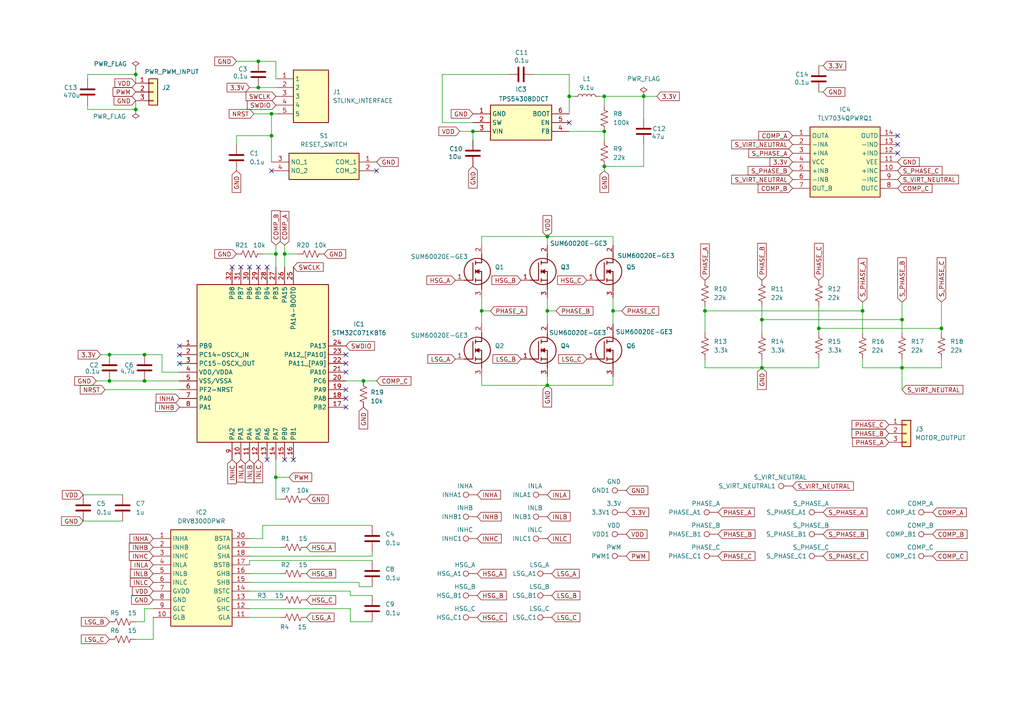
<source format=kicad_sch>
(kicad_sch (version 20231120) (generator "eeschema") (generator_version "8.0")
  (paper "A4")
  (junction (at 158.75 111.76))
  (junction (at 80.01 138.43))
  (junction (at 204.47 90.17))
  (junction (at 74.93 17.78))
  (junction (at 74.93 25.4))
  (junction (at 105.41 110.49))
  (junction (at 186.69 27.94))
  (junction (at 137.16 38.1))
  (junction (at 165.1 27.94))
  (junction (at 261.62 92.71))
  (junction (at 158.75 90.17))
  (junction (at 82.55 73.66))
  (junction (at 80.01 73.66))
  (junction (at 41.91 102.87))
  (junction (at 220.98 106.68))
  (junction (at 273.05 95.25))
  (junction (at 78.74 39.37))
  (junction (at 158.75 68.58))
  (junction (at 220.98 92.71))
  (junction (at 177.8 90.17))
  (junction (at 175.26 38.1))
  (junction (at 39.37 21.59))
  (junction (at 139.7 90.17))
  (junction (at 250.19 90.17))
  (junction (at 31.75 102.87))
  (junction (at 31.75 110.49))
  (junction (at 41.91 110.49))
  (junction (at 175.26 27.94))
  (junction (at 261.62 106.68))
  (junction (at 175.26 48.26))
  (junction (at 237.49 95.25))
  (junction (at 78.74 33.02))
  (junction (at 39.37 31.75))
  (no_connect (at 52.07 105.41))
  (no_connect (at 72.39 77.47))
  (no_connect (at 85.09 133.35))
  (no_connect (at 77.47 77.47))
  (no_connect (at 109.22 49.53))
  (no_connect (at 52.07 100.33))
  (no_connect (at 165.1 35.56))
  (no_connect (at 67.31 77.47))
  (no_connect (at 77.47 133.35))
  (no_connect (at 100.33 105.41))
  (no_connect (at 260.35 44.45))
  (no_connect (at 260.35 39.37))
  (no_connect (at 100.33 107.95))
  (no_connect (at 260.35 41.91))
  (no_connect (at 100.33 118.11))
  (no_connect (at 78.74 49.53))
  (no_connect (at 100.33 102.87))
  (no_connect (at 69.85 77.47))
  (no_connect (at 74.93 77.47))
  (no_connect (at 100.33 115.57))
  (no_connect (at 100.33 113.03))
  (no_connect (at 52.07 102.87))
  (no_connect (at 82.55 133.35))
  (wire (pts (xy 204.47 104.14) (xy 204.47 106.68)))
  (wire (pts (xy 220.98 92.71) (xy 220.98 96.52)))
  (wire (pts (xy 78.74 33.02) (xy 80.01 33.02)))
  (wire (pts (xy 80.01 22.86) (xy 80.01 17.78)))
  (wire (pts (xy 25.4 21.59) (xy 39.37 21.59)))
  (wire (pts (xy 80.01 71.12) (xy 80.01 73.66)))
  (wire (pts (xy 74.93 17.78) (xy 68.58 17.78)))
  (wire (pts (xy 39.37 20.32) (xy 39.37 21.59)))
  (wire (pts (xy 158.75 111.76) (xy 158.75 109.22)))
  (wire (pts (xy 137.16 38.1) (xy 137.16 40.64)))
  (wire (pts (xy 44.45 179.07) (xy 44.45 185.42)))
  (wire (pts (xy 158.75 90.17) (xy 158.75 93.98)))
  (wire (pts (xy 261.62 106.68) (xy 261.62 113.03)))
  (wire (pts (xy 175.26 27.94) (xy 175.26 30.48)))
  (wire (pts (xy 107.95 180.34) (xy 101.6 180.34)))
  (wire (pts (xy 72.39 158.75) (xy 81.28 158.75)))
  (wire (pts (xy 107.95 170.18) (xy 104.14 170.18)))
  (wire (pts (xy 46.99 107.95) (xy 46.99 102.87)))
  (wire (pts (xy 204.47 90.17) (xy 204.47 96.52)))
  (wire (pts (xy 139.7 90.17) (xy 139.7 93.98)))
  (wire (pts (xy 186.69 27.94) (xy 175.26 27.94)))
  (wire (pts (xy 173.99 27.94) (xy 175.26 27.94)))
  (wire (pts (xy 107.95 160.02) (xy 107.95 161.29)))
  (wire (pts (xy 177.8 71.12) (xy 177.8 68.58)))
  (wire (pts (xy 158.75 86.36) (xy 158.75 90.17)))
  (wire (pts (xy 24.13 143.51) (xy 35.56 143.51)))
  (wire (pts (xy 237.49 88.9) (xy 237.49 95.25)))
  (wire (pts (xy 273.05 106.68) (xy 261.62 106.68)))
  (wire (pts (xy 250.19 87.63) (xy 250.19 90.17)))
  (wire (pts (xy 142.24 90.17) (xy 139.7 90.17)))
  (wire (pts (xy 24.13 151.13) (xy 35.56 151.13)))
  (wire (pts (xy 273.05 104.14) (xy 273.05 106.68)))
  (wire (pts (xy 82.55 73.66) (xy 82.55 77.47)))
  (wire (pts (xy 82.55 71.12) (xy 82.55 73.66)))
  (wire (pts (xy 76.2 156.21) (xy 76.2 152.4)))
  (wire (pts (xy 139.7 71.12) (xy 139.7 68.58)))
  (wire (pts (xy 154.94 21.59) (xy 165.1 21.59)))
  (wire (pts (xy 41.91 110.49) (xy 52.07 110.49)))
  (wire (pts (xy 25.4 30.48) (xy 25.4 31.75)))
  (wire (pts (xy 107.95 162.56) (xy 72.39 162.56)))
  (wire (pts (xy 80.01 17.78) (xy 74.93 17.78)))
  (wire (pts (xy 261.62 92.71) (xy 261.62 96.52)))
  (wire (pts (xy 72.39 179.07) (xy 81.28 179.07)))
  (wire (pts (xy 83.82 138.43) (xy 80.01 138.43)))
  (wire (pts (xy 104.14 170.18) (xy 104.14 168.91)))
  (wire (pts (xy 237.49 26.67) (xy 238.76 26.67)))
  (wire (pts (xy 39.37 185.42) (xy 44.45 185.42)))
  (wire (pts (xy 237.49 19.05) (xy 238.76 19.05)))
  (wire (pts (xy 137.16 35.56) (xy 128.27 35.56)))
  (wire (pts (xy 261.62 87.63) (xy 261.62 92.71)))
  (wire (pts (xy 220.98 104.14) (xy 220.98 106.68)))
  (wire (pts (xy 39.37 31.75) (xy 39.37 29.21)))
  (wire (pts (xy 177.8 109.22) (xy 177.8 111.76)))
  (wire (pts (xy 68.58 39.37) (xy 78.74 39.37)))
  (wire (pts (xy 204.47 90.17) (xy 250.19 90.17)))
  (wire (pts (xy 180.34 90.17) (xy 177.8 90.17)))
  (wire (pts (xy 186.69 34.29) (xy 186.69 27.94)))
  (wire (pts (xy 101.6 180.34) (xy 101.6 176.53)))
  (wire (pts (xy 165.1 27.94) (xy 165.1 33.02)))
  (wire (pts (xy 80.01 138.43) (xy 80.01 144.78)))
  (wire (pts (xy 109.22 110.49) (xy 105.41 110.49)))
  (wire (pts (xy 186.69 41.91) (xy 186.69 48.26)))
  (wire (pts (xy 204.47 88.9) (xy 204.47 90.17)))
  (wire (pts (xy 44.45 176.53) (xy 41.91 176.53)))
  (wire (pts (xy 31.75 102.87) (xy 41.91 102.87)))
  (wire (pts (xy 250.19 90.17) (xy 250.19 96.52)))
  (wire (pts (xy 72.39 162.56) (xy 72.39 163.83)))
  (wire (pts (xy 30.48 113.03) (xy 52.07 113.03)))
  (wire (pts (xy 31.75 110.49) (xy 41.91 110.49)))
  (wire (pts (xy 100.33 110.49) (xy 105.41 110.49)))
  (wire (pts (xy 175.26 49.53) (xy 175.26 48.26)))
  (wire (pts (xy 25.4 31.75) (xy 39.37 31.75)))
  (wire (pts (xy 101.6 171.45) (xy 72.39 171.45)))
  (wire (pts (xy 165.1 27.94) (xy 166.37 27.94)))
  (wire (pts (xy 80.01 133.35) (xy 80.01 138.43)))
  (wire (pts (xy 25.4 22.86) (xy 25.4 21.59)))
  (wire (pts (xy 139.7 68.58) (xy 158.75 68.58)))
  (wire (pts (xy 76.2 152.4) (xy 107.95 152.4)))
  (wire (pts (xy 27.94 110.49) (xy 31.75 110.49)))
  (wire (pts (xy 177.8 90.17) (xy 177.8 93.98)))
  (wire (pts (xy 175.26 38.1) (xy 175.26 40.64)))
  (wire (pts (xy 139.7 86.36) (xy 139.7 90.17)))
  (wire (pts (xy 78.74 33.02) (xy 78.74 39.37)))
  (wire (pts (xy 237.49 95.25) (xy 237.49 96.52)))
  (wire (pts (xy 72.39 166.37) (xy 81.28 166.37)))
  (wire (pts (xy 82.55 73.66) (xy 86.36 73.66)))
  (wire (pts (xy 41.91 180.34) (xy 39.37 180.34)))
  (wire (pts (xy 165.1 38.1) (xy 175.26 38.1)))
  (wire (pts (xy 237.49 106.68) (xy 237.49 104.14)))
  (wire (pts (xy 177.8 68.58) (xy 158.75 68.58)))
  (wire (pts (xy 101.6 176.53) (xy 72.39 176.53)))
  (wire (pts (xy 104.14 168.91) (xy 72.39 168.91)))
  (wire (pts (xy 52.07 107.95) (xy 46.99 107.95)))
  (wire (pts (xy 80.01 144.78) (xy 81.28 144.78)))
  (wire (pts (xy 68.58 41.91) (xy 68.58 39.37)))
  (wire (pts (xy 72.39 156.21) (xy 76.2 156.21)))
  (wire (pts (xy 101.6 172.72) (xy 101.6 171.45)))
  (wire (pts (xy 133.35 38.1) (xy 137.16 38.1)))
  (wire (pts (xy 220.98 88.9) (xy 220.98 92.71)))
  (wire (pts (xy 250.19 106.68) (xy 261.62 106.68)))
  (wire (pts (xy 177.8 86.36) (xy 177.8 90.17)))
  (wire (pts (xy 80.01 73.66) (xy 80.01 77.47)))
  (wire (pts (xy 165.1 21.59) (xy 165.1 27.94)))
  (wire (pts (xy 107.95 172.72) (xy 101.6 172.72)))
  (wire (pts (xy 128.27 35.56) (xy 128.27 21.59)))
  (wire (pts (xy 78.74 39.37) (xy 78.74 46.99)))
  (wire (pts (xy 186.69 27.94) (xy 190.5 27.94)))
  (wire (pts (xy 76.2 73.66) (xy 80.01 73.66)))
  (wire (pts (xy 139.7 111.76) (xy 158.75 111.76)))
  (wire (pts (xy 158.75 111.76) (xy 177.8 111.76)))
  (wire (pts (xy 220.98 106.68) (xy 237.49 106.68)))
  (wire (pts (xy 128.27 21.59) (xy 147.32 21.59)))
  (wire (pts (xy 158.75 68.58) (xy 158.75 71.12)))
  (wire (pts (xy 41.91 176.53) (xy 41.91 180.34)))
  (wire (pts (xy 273.05 87.63) (xy 273.05 95.25)))
  (wire (pts (xy 237.49 95.25) (xy 273.05 95.25)))
  (wire (pts (xy 107.95 161.29) (xy 72.39 161.29)))
  (wire (pts (xy 73.66 33.02) (xy 78.74 33.02)))
  (wire (pts (xy 204.47 106.68) (xy 220.98 106.68)))
  (wire (pts (xy 186.69 48.26) (xy 175.26 48.26)))
  (wire (pts (xy 139.7 109.22) (xy 139.7 111.76)))
  (wire (pts (xy 261.62 104.14) (xy 261.62 106.68)))
  (wire (pts (xy 161.29 90.17) (xy 158.75 90.17)))
  (wire (pts (xy 74.93 25.4) (xy 80.01 25.4)))
  (wire (pts (xy 29.21 102.87) (xy 31.75 102.87)))
  (wire (pts (xy 273.05 95.25) (xy 273.05 96.52)))
  (wire (pts (xy 250.19 104.14) (xy 250.19 106.68)))
  (wire (pts (xy 72.39 173.99) (xy 81.28 173.99)))
  (wire (pts (xy 46.99 102.87) (xy 41.91 102.87)))
  (wire (pts (xy 72.39 25.4) (xy 74.93 25.4)))
  (wire (pts (xy 39.37 21.59) (xy 39.37 24.13)))
  (wire (pts (xy 220.98 92.71) (xy 261.62 92.71)))
  (global_label "INLA" (shape input) (at 158.75 143.51 0) (property "Intersheetrefs" "${INTERSHEET_REFS}" (effects (hide yes))))
  (global_label "S_VIRT_NEUTRAL" (shape input) (at 229.87 52.07 180) (property "Intersheetrefs" "${INTERSHEET_REFS}" (effects (hide yes))))
  (global_label "PHASE_A" (shape input) (at 208.28 148.59 0) (property "Intersheetrefs" "${INTERSHEET_REFS}" (effects (hide yes))))
  (global_label "GND" (shape input) (at 109.22 46.99 0) (property "Intersheetrefs" "${INTERSHEET_REFS}" (effects (hide yes))))
  (global_label "3.3V" (shape input) (at 190.5 27.94 0) (property "Intersheetrefs" "${INTERSHEET_REFS}" (effects (hide yes))))
  (global_label "S_PHASE_B" (shape input) (at 261.62 87.63 90) (property "Intersheetrefs" "${INTERSHEET_REFS}" (effects (hide yes))))
  (global_label "S_PHASE_A" (shape input) (at 238.76 148.59 0) (property "Intersheetrefs" "${INTERSHEET_REFS}" (effects (hide yes))))
  (global_label "INLC" (shape input) (at 44.45 168.91 180) (property "Intersheetrefs" "${INTERSHEET_REFS}" (effects (hide yes))))
  (global_label "INHC" (shape input) (at 138.43 156.21 0) (property "Intersheetrefs" "${INTERSHEET_REFS}" (effects (hide yes))))
  (global_label "LSG_C" (shape input) (at 170.18 104.14 180) (property "Intersheetrefs" "${INTERSHEET_REFS}" (effects (hide yes))))
  (global_label "LSG_B" (shape input) (at 160.02 172.72 0) (property "Intersheetrefs" "${INTERSHEET_REFS}" (effects (hide yes))))
  (global_label "SWDIO" (shape input) (at 80.01 30.48 180) (property "Intersheetrefs" "${INTERSHEET_REFS}" (effects (hide yes))))
  (global_label "SWDIO" (shape input) (at 100.33 100.33 0) (property "Intersheetrefs" "${INTERSHEET_REFS}" (effects (hide yes))))
  (global_label "3.3V" (shape input) (at 181.61 148.59 0) (property "Intersheetrefs" "${INTERSHEET_REFS}" (effects (hide yes))))
  (global_label "COMP_B" (shape input) (at 229.87 54.61 180) (property "Intersheetrefs" "${INTERSHEET_REFS}" (effects (hide yes))))
  (global_label "PHASE_C" (shape input) (at 180.34 90.17 0) (property "Intersheetrefs" "${INTERSHEET_REFS}" (effects (hide yes))))
  (global_label "INHC" (shape input) (at 67.31 133.35 270) (property "Intersheetrefs" "${INTERSHEET_REFS}" (effects (hide yes))))
  (global_label "GND" (shape input) (at 44.45 173.99 180) (property "Intersheetrefs" "${INTERSHEET_REFS}" (effects (hide yes))))
  (global_label "PHASE_C" (shape input) (at 208.28 161.29 0) (property "Intersheetrefs" "${INTERSHEET_REFS}" (effects (hide yes))))
  (global_label "LSG_B" (shape input) (at 151.13 104.14 180) (property "Intersheetrefs" "${INTERSHEET_REFS}" (effects (hide yes))))
  (global_label "INHA" (shape input) (at 52.07 115.57 180) (property "Intersheetrefs" "${INTERSHEET_REFS}" (effects (hide yes))))
  (global_label "S_PHASE_B" (shape input) (at 229.87 49.53 180) (property "Intersheetrefs" "${INTERSHEET_REFS}" (effects (hide yes))))
  (global_label "3.3V" (shape input) (at 229.87 46.99 180) (property "Intersheetrefs" "${INTERSHEET_REFS}" (effects (hide yes))))
  (global_label "HSG_B" (shape input) (at 151.13 81.28 180) (property "Intersheetrefs" "${INTERSHEET_REFS}" (effects (hide yes))))
  (global_label "GND" (shape input) (at 175.26 49.53 270) (property "Intersheetrefs" "${INTERSHEET_REFS}" (effects (hide yes))))
  (global_label "INLC" (shape input) (at 158.75 156.21 0) (property "Intersheetrefs" "${INTERSHEET_REFS}" (effects (hide yes))))
  (global_label "GND" (shape input) (at 68.58 73.66 180) (property "Intersheetrefs" "${INTERSHEET_REFS}" (effects (hide yes))))
  (global_label "PHASE_C" (shape input) (at 237.49 81.28 90) (property "Intersheetrefs" "${INTERSHEET_REFS}" (effects (hide yes))))
  (global_label "LSG_A" (shape input) (at 160.02 166.37 0) (property "Intersheetrefs" "${INTERSHEET_REFS}" (effects (hide yes))))
  (global_label "HSG_C" (shape input) (at 170.18 81.28 180) (property "Intersheetrefs" "${INTERSHEET_REFS}" (effects (hide yes))))
  (global_label "VDD" (shape input) (at 44.45 171.45 180) (property "Intersheetrefs" "${INTERSHEET_REFS}" (effects (hide yes))))
  (global_label "INHC" (shape input) (at 44.45 161.29 180) (property "Intersheetrefs" "${INTERSHEET_REFS}" (effects (hide yes))))
  (global_label "INLB" (shape input) (at 158.75 149.86 0) (property "Intersheetrefs" "${INTERSHEET_REFS}" (effects (hide yes))))
  (global_label "COMP_C" (shape input) (at 260.35 54.61 0) (property "Intersheetrefs" "${INTERSHEET_REFS}" (effects (hide yes))))
  (global_label "COMP_B" (shape input) (at 80.01 71.12 90) (property "Intersheetrefs" "${INTERSHEET_REFS}" (effects (hide yes))))
  (global_label "GND" (shape input) (at 88.9 144.78 0) (property "Intersheetrefs" "${INTERSHEET_REFS}" (effects (hide yes))))
  (global_label "PHASE_A" (shape input) (at 142.24 90.17 0) (property "Intersheetrefs" "${INTERSHEET_REFS}" (effects (hide yes))))
  (global_label "3.3V" (shape input) (at 72.39 25.4 180) (property "Intersheetrefs" "${INTERSHEET_REFS}" (effects (hide yes))))
  (global_label "GND" (shape input) (at 260.35 46.99 0) (property "Intersheetrefs" "${INTERSHEET_REFS}" (effects (hide yes))))
  (global_label "GND" (shape input) (at 93.98 73.66 0) (property "Intersheetrefs" "${INTERSHEET_REFS}" (effects (hide yes))))
  (global_label "S_VIRT_NEUTRAL" (shape input) (at 229.87 41.91 180) (property "Intersheetrefs" "${INTERSHEET_REFS}" (effects (hide yes))))
  (global_label "LSG_C" (shape input) (at 160.02 179.07 0) (property "Intersheetrefs" "${INTERSHEET_REFS}" (effects (hide yes))))
  (global_label "LSG_A" (shape input) (at 132.08 104.14 180) (property "Intersheetrefs" "${INTERSHEET_REFS}" (effects (hide yes))))
  (global_label "HSG_B" (shape input) (at 138.43 172.72 0) (property "Intersheetrefs" "${INTERSHEET_REFS}" (effects (hide yes))))
  (global_label "INHB" (shape input) (at 138.43 149.86 0) (property "Intersheetrefs" "${INTERSHEET_REFS}" (effects (hide yes))))
  (global_label "COMP_B" (shape input) (at 270.51 154.94 0) (property "Intersheetrefs" "${INTERSHEET_REFS}" (effects (hide yes))))
  (global_label "COMP_C" (shape input) (at 109.22 110.49 0) (property "Intersheetrefs" "${INTERSHEET_REFS}" (effects (hide yes))))
  (global_label "PWM" (shape input) (at 39.37 26.67 180) (property "Intersheetrefs" "${INTERSHEET_REFS}" (effects (hide yes))))
  (global_label "SWCLK" (shape input) (at 85.09 77.47 0) (property "Intersheetrefs" "${INTERSHEET_REFS}" (effects (hide yes))))
  (global_label "INHA" (shape input) (at 44.45 156.21 180) (property "Intersheetrefs" "${INTERSHEET_REFS}" (effects (hide yes))))
  (global_label "HSG_A" (shape input) (at 132.08 81.28 180) (property "Intersheetrefs" "${INTERSHEET_REFS}" (effects (hide yes))))
  (global_label "S_PHASE_B" (shape input) (at 238.76 154.94 0) (property "Intersheetrefs" "${INTERSHEET_REFS}" (effects (hide yes))))
  (global_label "VDD" (shape input) (at 24.13 143.51 180) (property "Intersheetrefs" "${INTERSHEET_REFS}" (effects (hide yes))))
  (global_label "COMP_C" (shape input) (at 270.51 161.29 0) (property "Intersheetrefs" "${INTERSHEET_REFS}" (effects (hide yes))))
  (global_label "GND" (shape input) (at 220.98 106.68 270) (property "Intersheetrefs" "${INTERSHEET_REFS}" (effects (hide yes))))
  (global_label "LSG_B" (shape input) (at 31.75 180.34 180) (property "Intersheetrefs" "${INTERSHEET_REFS}" (effects (hide yes))))
  (global_label "GND" (shape input) (at 181.61 142.24 0) (property "Intersheetrefs" "${INTERSHEET_REFS}" (effects (hide yes))))
  (global_label "SWCLK" (shape input) (at 80.01 27.94 180) (property "Intersheetrefs" "${INTERSHEET_REFS}" (effects (hide yes))))
  (global_label "NRST" (shape input) (at 30.48 113.03 180) (property "Intersheetrefs" "${INTERSHEET_REFS}" (effects (hide yes))))
  (global_label "VDD" (shape input) (at 181.61 154.94 0) (property "Intersheetrefs" "${INTERSHEET_REFS}" (effects (hide yes))))
  (global_label "COMP_A" (shape input) (at 229.87 39.37 180) (property "Intersheetrefs" "${INTERSHEET_REFS}" (effects (hide yes))))
  (global_label "PHASE_B" (shape input) (at 161.29 90.17 0) (property "Intersheetrefs" "${INTERSHEET_REFS}" (effects (hide yes))))
  (global_label "GND" (shape input) (at 137.16 33.02 180) (property "Intersheetrefs" "${INTERSHEET_REFS}" (effects (hide yes))))
  (global_label "NRST" (shape input) (at 73.66 33.02 180) (property "Intersheetrefs" "${INTERSHEET_REFS}" (effects (hide yes))))
  (global_label "HSG_A" (shape input) (at 88.9 158.75 0) (property "Intersheetrefs" "${INTERSHEET_REFS}" (effects (hide yes))))
  (global_label "S_VIRT_NEUTRAL" (shape input) (at 260.35 52.07 0) (property "Intersheetrefs" "${INTERSHEET_REFS}" (effects (hide yes))))
  (global_label "PHASE_A" (shape input) (at 204.47 81.28 90) (property "Intersheetrefs" "${INTERSHEET_REFS}" (effects (hide yes))))
  (global_label "S_PHASE_A" (shape input) (at 250.19 87.63 90) (property "Intersheetrefs" "${INTERSHEET_REFS}" (effects (hide yes))))
  (global_label "PHASE_B" (shape input) (at 220.98 81.28 90) (property "Intersheetrefs" "${INTERSHEET_REFS}" (effects (hide yes))))
  (global_label "PHASE_B" (shape input) (at 208.28 154.94 0) (property "Intersheetrefs" "${INTERSHEET_REFS}" (effects (hide yes))))
  (global_label "GND" (shape input) (at 238.76 26.67 0) (property "Intersheetrefs" "${INTERSHEET_REFS}" (effects (hide yes))))
  (global_label "HSG_C" (shape input) (at 138.43 179.07 0) (property "Intersheetrefs" "${INTERSHEET_REFS}" (effects (hide yes))))
  (global_label "PHASE_B" (shape input) (at 257.81 125.73 180) (property "Intersheetrefs" "${INTERSHEET_REFS}" (effects (hide yes))))
  (global_label "INLA" (shape input) (at 69.85 133.35 270) (property "Intersheetrefs" "${INTERSHEET_REFS}" (effects (hide yes))))
  (global_label "3.3V" (shape input) (at 238.76 19.05 0) (property "Intersheetrefs" "${INTERSHEET_REFS}" (effects (hide yes))))
  (global_label "VDD" (shape input) (at 133.35 38.1 180) (property "Intersheetrefs" "${INTERSHEET_REFS}" (effects (hide yes))))
  (global_label "COMP_A" (shape input) (at 270.51 148.59 0) (property "Intersheetrefs" "${INTERSHEET_REFS}" (effects (hide yes))))
  (global_label "INHB" (shape input) (at 44.45 158.75 180) (property "Intersheetrefs" "${INTERSHEET_REFS}" (effects (hide yes))))
  (global_label "S_PHASE_C" (shape input) (at 260.35 49.53 0) (property "Intersheetrefs" "${INTERSHEET_REFS}" (effects (hide yes))))
  (global_label "S_VIRT_NEUTRAL" (shape input) (at 261.62 113.03 0) (property "Intersheetrefs" "${INTERSHEET_REFS}" (effects (hide yes))))
  (global_label "INLA" (shape input) (at 44.45 163.83 180) (property "Intersheetrefs" "${INTERSHEET_REFS}" (effects (hide yes))))
  (global_label "HSG_B" (shape input) (at 88.9 166.37 0) (property "Intersheetrefs" "${INTERSHEET_REFS}" (effects (hide yes))))
  (global_label "GND" (shape input) (at 68.58 49.53 270) (property "Intersheetrefs" "${INTERSHEET_REFS}" (effects (hide yes))))
  (global_label "VDD" (shape input) (at 158.75 68.58 90) (property "Intersheetrefs" "${INTERSHEET_REFS}" (effects (hide yes))))
  (global_label "INHA" (shape input) (at 138.43 143.51 0) (property "Intersheetrefs" "${INTERSHEET_REFS}" (effects (hide yes))))
  (global_label "COMP_A" (shape input) (at 82.55 71.12 90) (property "Intersheetrefs" "${INTERSHEET_REFS}" (effects (hide yes))))
  (global_label "INLC" (shape input) (at 74.93 133.35 270) (property "Intersheetrefs" "${INTERSHEET_REFS}" (effects (hide yes))))
  (global_label "VDD" (shape input) (at 39.37 24.13 180) (property "Intersheetrefs" "${INTERSHEET_REFS}" (effects (hide yes))))
  (global_label "3.3V" (shape input) (at 29.21 102.87 180) (property "Intersheetrefs" "${INTERSHEET_REFS}" (effects (hide yes))))
  (global_label "LSG_C" (shape input) (at 31.75 185.42 180) (property "Intersheetrefs" "${INTERSHEET_REFS}" (effects (hide yes))))
  (global_label "HSG_C" (shape input) (at 88.9 173.99 0) (property "Intersheetrefs" "${INTERSHEET_REFS}" (effects (hide yes))))
  (global_label "PWM" (shape input) (at 83.82 138.43 0) (property "Intersheetrefs" "${INTERSHEET_REFS}" (effects (hide yes))))
  (global_label "GND" (shape input) (at 39.37 29.21 180) (property "Intersheetrefs" "${INTERSHEET_REFS}" (effects (hide yes))))
  (global_label "LSG_A" (shape input) (at 88.9 179.07 0) (property "Intersheetrefs" "${INTERSHEET_REFS}" (effects (hide yes))))
  (global_label "INLB" (shape input) (at 44.45 166.37 180) (property "Intersheetrefs" "${INTERSHEET_REFS}" (effects (hide yes))))
  (global_label "GND" (shape input) (at 137.16 48.26 270) (property "Intersheetrefs" "${INTERSHEET_REFS}" (effects (hide yes))))
  (global_label "S_PHASE_A" (shape input) (at 229.87 44.45 180) (property "Intersheetrefs" "${INTERSHEET_REFS}" (effects (hide yes))))
  (global_label "GND" (shape input) (at 24.13 151.13 180) (property "Intersheetrefs" "${INTERSHEET_REFS}" (effects (hide yes))))
  (global_label "GND" (shape input) (at 158.75 111.76 270) (property "Intersheetrefs" "${INTERSHEET_REFS}" (effects (hide yes))))
  (global_label "PWM" (shape input) (at 181.61 161.29 0) (property "Intersheetrefs" "${INTERSHEET_REFS}" (effects (hide yes))))
  (global_label "S_VIRT_NEUTRAL" (shape input) (at 229.87 140.97 0) (property "Intersheetrefs" "${INTERSHEET_REFS}" (effects (hide yes))))
  (global_label "GND" (shape input) (at 68.58 17.78 180) (property "Intersheetrefs" "${INTERSHEET_REFS}" (effects (hide yes))))
  (global_label "PHASE_A" (shape input) (at 257.81 128.27 180) (property "Intersheetrefs" "${INTERSHEET_REFS}" (effects (hide yes))))
  (global_label "GND" (shape input) (at 27.94 110.49 180) (property "Intersheetrefs" "${INTERSHEET_REFS}" (effects (hide yes))))
  (global_label "PHASE_C" (shape input) (at 257.81 123.19 180) (property "Intersheetrefs" "${INTERSHEET_REFS}" (effects (hide yes))))
  (global_label "INHB" (shape input) (at 52.07 118.11 180) (property "Intersheetrefs" "${INTERSHEET_REFS}" (effects (hide yes))))
  (global_label "S_PHASE_C" (shape input) (at 238.76 161.29 0) (property "Intersheetrefs" "${INTERSHEET_REFS}" (effects (hide yes))))
  (global_label "HSG_A" (shape input) (at 138.43 166.37 0) (property "Intersheetrefs" "${INTERSHEET_REFS}" (effects (hide yes))))
  (global_label "S_PHASE_C" (shape input) (at 273.05 87.63 90) (property "Intersheetrefs" "${INTERSHEET_REFS}" (effects (hide yes))))
  (global_label "INLB" (shape input) (at 72.39 133.35 270) (property "Intersheetrefs" "${INTERSHEET_REFS}" (effects (hide yes))))
  (global_label "GND" (shape input) (at 105.41 118.11 270) (property "Intersheetrefs" "${INTERSHEET_REFS}" (effects (hide yes))))
  (symbol (lib_id "SamacSys_Parts:SUM60020E-GE3") (at 170.18 81.28 0) (unit 1)
    (property "Reference" "Q5" (at 181.61 77.4699 0) (effects (justify left)))
    (property "Value" "SUM60020E-GE3" (at 179.07 74.168 0) (effects (justify left)))
    (property "Footprint" "SUM60020EGE3" (effects (hide yes)))
    (property "Datasheet" "https://www.vishay.com/docs/77059/sum60020e.pdf" (effects (hide yes)))
    (property "Description" "N-Channel 80-V (D-S) MOSFET D2PAK (TO-26" (effects (hide yes)))
    (property "Height" "4.826" (effects (hide yes)))
    (property "Mouser Part Number" "78-SUM60020E-GE3" (effects (hide yes)))
    (property "Mouser Price/Stock" "https://www.mouser.co.uk/ProductDetail/Vishay-Siliconix/SUM60020E-GE3?qs=T3oQrply3y%2FzqYMArFaDxg%3D%3D" (effects (hide yes)))
    (property "Manufacturer_Name" "Vishay" (effects (hide yes)))
    (property "Manufacturer_Part_Number" "SUM60020E-GE3" (effects (hide yes)))
  )
  (symbol (lib_id "Device:R_US") (at 261.62 100.33 0) (unit 1)
    (property "Reference" "R17" (at 264.16 99.0599 0) (effects (justify left)))
    (property "Value" "22k" (at 264.16 101.5999 0) (effects (justify left)))
    (property "Footprint" "Resistor_SMD:R_0805_2012Metric" (effects (hide yes)))
    (property "Description" "Resistor, US symbol" (effects (hide yes)))
  )
  (symbol (lib_id "Connector:TestPoint") (at 270.51 161.29 90) (unit 1)
    (property "Reference" "COMP_C1" (at 261.366 161.29 90))
    (property "Value" "COMP_C" (at 266.954 158.75 90))
    (property "Footprint" "TestPoint:TestPoint_Keystone_5000-5004_Miniature" (effects (hide yes)))
    (property "Description" "test point" (effects (hide yes)))
  )
  (symbol (lib_id "SamacSys_Parts:M22-2510505") (at 80.01 22.86 0) (unit 1)
    (property "Reference" "J1" (at 96.52 26.6699 0) (effects (justify left)))
    (property "Value" "STLINK_INTERFACE" (at 96.52 29.2099 0) (effects (justify left)))
    (property "Footprint" "SamacSys_Parts:HDRV5W50P0X200_1X5_1000X200X525P" (effects (hide yes)))
    (property "Datasheet" "https://cdn.harwin.com/pdfs/M22-251.pdf" (effects (hide yes)))
    (property "Description" "2.00mm (0.079\") Pitch SIL Vertical 2.4mm Throughboard Pin Header, 3.5mm mating pin height, gold, 5 contacts" (effects (hide yes)))
    (property "Height" "5.25" (effects (hide yes)))
    (property "Mouser Part Number" "855-M22-2510505" (effects (hide yes)))
    (property "Mouser Price/Stock" "https://www.mouser.co.uk/ProductDetail/Harwin/M22-2510505?qs=WS5Jv%252B%252Bx1qWs6dQLMQlLFg%3D%3D" (effects (hide yes)))
    (property "Manufacturer_Name" "Harwin" (effects (hide yes)))
    (property "Manufacturer_Part_Number" "M22-2510505" (effects (hide yes)))
  )
  (symbol (lib_id "Device:R_US") (at 85.09 173.99 90) (unit 1)
    (property "Reference" "R3" (at 75.946 172.72 90))
    (property "Value" "15" (at 81.026 172.72 90))
    (property "Footprint" "Resistor_SMD:R_2512_6332Metric" (effects (hide yes)))
    (property "Description" "Resistor, US symbol" (effects (hide yes)))
  )
  (symbol (lib_id "Connector:TestPoint") (at 238.76 148.59 90) (unit 1)
    (property "Reference" "S_PHASE_A1" (at 228.092 148.59 90))
    (property "Value" "S_PHASE_A" (at 235.204 146.05 90))
    (property "Footprint" "TestPoint:TestPoint_Keystone_5000-5004_Miniature" (effects (hide yes)))
    (property "Description" "test point" (effects (hide yes)))
  )
  (symbol (lib_id "Connector:TestPoint") (at 238.76 154.94 90) (unit 1)
    (property "Reference" "S_PHASE_B1" (at 228.092 154.94 90))
    (property "Value" "S_PHASE_B" (at 235.204 152.4 90))
    (property "Footprint" "TestPoint:TestPoint_Keystone_5000-5004_Miniature" (effects (hide yes)))
    (property "Description" "test point" (effects (hide yes)))
  )
  (symbol (lib_id "Device:C") (at 237.49 22.86 0) (unit 1)
    (property "Reference" "C14" (at 230.632 21.59 0) (effects (justify left)))
    (property "Value" "0.1u" (at 230.378 23.876 0) (effects (justify left)))
    (property "Footprint" "Capacitor_SMD:C_0805_2012Metric" (effects (hide yes)))
    (property "Description" "Unpolarized capacitor" (effects (hide yes)))
  )
  (symbol (lib_id "Connector:TestPoint") (at 181.61 142.24 90) (unit 1)
    (property "Reference" "GND1" (at 174.244 142.24 90))
    (property "Value" "GND" (at 178.054 139.7 90))
    (property "Footprint" "TestPoint:TestPoint_Keystone_5000-5004_Miniature" (effects (hide yes)))
    (property "Description" "test point" (effects (hide yes)))
  )
  (symbol (lib_id "Connector:TestPoint") (at 138.43 149.86 90) (unit 1)
    (property "Reference" "INHB1" (at 131.064 149.86 90))
    (property "Value" "INHB" (at 134.874 147.32 90))
    (property "Footprint" "TestPoint:TestPoint_Keystone_5000-5004_Miniature" (effects (hide yes)))
    (property "Description" "test point" (effects (hide yes)))
  )
  (symbol (lib_id "Device:C") (at 107.95 156.21 0) (unit 1)
    (property "Reference" "C4" (at 111.76 154.9399 0) (effects (justify left)))
    (property "Value" "0.1u" (at 111.76 157.4799 0) (effects (justify left)))
    (property "Footprint" "Capacitor_SMD:C_0805_2012Metric" (effects (hide yes)))
    (property "Description" "Unpolarized capacitor" (effects (hide yes)))
  )
  (symbol (lib_id "Connector:TestPoint") (at 181.61 154.94 90) (unit 1)
    (property "Reference" "VDD1" (at 174.244 154.94 90))
    (property "Value" "VDD" (at 178.054 152.4 90))
    (property "Footprint" "TestPoint:TestPoint_Keystone_5000-5004_Miniature" (effects (hide yes)))
    (property "Description" "test point" (effects (hide yes)))
  )
  (symbol (lib_id "Device:L") (at 170.18 27.94 90) (unit 1)
    (property "Reference" "L1" (at 170.18 22.86 90))
    (property "Value" "9.1u" (at 170.18 25.4 90))
    (property "Footprint" "Inductor_SMD:L_Wuerth_WE-PDF" (effects (hide yes)))
    (property "Description" "Inductor" (effects (hide yes)))
  )
  (symbol (lib_id "SamacSys_Parts:SUM60020E-GE3") (at 151.13 81.28 0) (unit 1)
    (property "Reference" "Q3" (at 162.56 77.4699 0) (effects (justify left)))
    (property "Value" "SUM60020E-GE3" (at 159.512 70.612 0) (effects (justify left)))
    (property "Footprint" "SUM60020EGE3" (effects (hide yes)))
    (property "Datasheet" "https://www.vishay.com/docs/77059/sum60020e.pdf" (effects (hide yes)))
    (property "Description" "N-Channel 80-V (D-S) MOSFET D2PAK (TO-26" (effects (hide yes)))
    (property "Height" "4.826" (effects (hide yes)))
    (property "Mouser Part Number" "78-SUM60020E-GE3" (effects (hide yes)))
    (property "Mouser Price/Stock" "https://www.mouser.co.uk/ProductDetail/Vishay-Siliconix/SUM60020E-GE3?qs=T3oQrply3y%2FzqYMArFaDxg%3D%3D" (effects (hide yes)))
    (property "Manufacturer_Name" "Vishay" (effects (hide yes)))
    (property "Manufacturer_Part_Number" "SUM60020E-GE3" (effects (hide yes)))
  )
  (symbol (lib_id "Device:R_US") (at 204.47 85.09 0) (unit 1)
    (property "Reference" "R10" (at 207.01 83.8199 0) (effects (justify left)))
    (property "Value" "22k" (at 207.01 86.3599 0) (effects (justify left)))
    (property "Footprint" "Resistor_SMD:R_0805_2012Metric" (effects (hide yes)))
    (property "Description" "Resistor, US symbol" (effects (hide yes)))
  )
  (symbol (lib_id "Connector:TestPoint") (at 138.43 156.21 90) (unit 1)
    (property "Reference" "INHC1" (at 131.064 156.21 90))
    (property "Value" "INHC" (at 134.874 153.67 90))
    (property "Footprint" "TestPoint:TestPoint_Keystone_5000-5004_Miniature" (effects (hide yes)))
    (property "Description" "test point" (effects (hide yes)))
  )
  (symbol (lib_id "SamacSys_Parts:TPS54308DDCT") (at 137.16 33.02 0) (unit 1)
    (property "Reference" "IC3" (at 151.13 25.908 0))
    (property "Value" "TPS54308DDCT" (at 151.892 28.702 0))
    (property "Footprint" "SamacSys_Parts:SOT95P280X110-6N" (effects (hide yes)))
    (property "Datasheet" "http://www.ti.com/lit/ds/symlink/tps54308.pdf" (effects (hide yes)))
    (property "Description" "TEXAS INSTRUMENTS - TPS54308DDCT - DC-DC Switching (Step Down) Regulator, Adjustable, 350 kHz, 4.5V-28Vin, 1V-28V/3 A out, TSOT-23-6" (effects (hide yes)))
    (property "Height" "1.1" (effects (hide yes)))
    (property "Mouser Part Number" "595-TPS54308DDCT" (effects (hide yes)))
    (property "Mouser Price/Stock" "https://www.mouser.co.uk/ProductDetail/Texas-Instruments/TPS54308DDCT?qs=gt1LBUVyoHmseBJLbywQMw%3D%3D" (effects (hide yes)))
    (property "Manufacturer_Name" "Texas Instruments" (effects (hide yes)))
    (property "Manufacturer_Part_Number" "TPS54308DDCT" (effects (hide yes)))
  )
  (symbol (lib_id "Device:R_US") (at 237.49 85.09 0) (unit 1)
    (property "Reference" "R12" (at 240.03 83.8199 0) (effects (justify left)))
    (property "Value" "22k" (at 240.03 86.3599 0) (effects (justify left)))
    (property "Footprint" "Resistor_SMD:R_0805_2012Metric" (effects (hide yes)))
    (property "Description" "Resistor, US symbol" (effects (hide yes)))
  )
  (symbol (lib_id "Device:R_US") (at 220.98 85.09 0) (unit 1)
    (property "Reference" "R11" (at 223.52 83.8199 0) (effects (justify left)))
    (property "Value" "22k" (at 223.52 86.3599 0) (effects (justify left)))
    (property "Footprint" "Resistor_SMD:R_0805_2012Metric" (effects (hide yes)))
    (property "Description" "Resistor, US symbol" (effects (hide yes)))
  )
  (symbol (lib_id "Device:R_US") (at 273.05 100.33 0) (unit 1)
    (property "Reference" "R18" (at 275.59 99.0599 0) (effects (justify left)))
    (property "Value" "22k" (at 275.59 101.5999 0) (effects (justify left)))
    (property "Footprint" "Resistor_SMD:R_0805_2012Metric" (effects (hide yes)))
    (property "Description" "Resistor, US symbol" (effects (hide yes)))
  )
  (symbol (lib_id "Connector:TestPoint") (at 208.28 148.59 90) (unit 1)
    (property "Reference" "PHASE_A1" (at 198.628 148.59 90))
    (property "Value" "PHASE_A" (at 204.724 146.05 90))
    (property "Footprint" "TestPoint:TestPoint_Keystone_5000-5004_Miniature" (effects (hide yes)))
    (property "Description" "test point" (effects (hide yes)))
  )
  (symbol (lib_id "Connector:TestPoint") (at 229.87 140.97 90) (unit 1)
    (property "Reference" "S_VIRT_NEUTRAL1" (at 216.662 140.97 90))
    (property "Value" "S_VIRT_NEUTRAL" (at 226.314 138.43 90))
    (property "Footprint" "TestPoint:TestPoint_Keystone_5000-5004_Miniature" (effects (hide yes)))
    (property "Description" "test point" (effects (hide yes)))
  )
  (symbol (lib_id "Connector:TestPoint") (at 160.02 172.72 90) (unit 1)
    (property "Reference" "LSG_B1" (at 152.146 172.72 90))
    (property "Value" "LSG_B" (at 156.464 170.18 90))
    (property "Footprint" "TestPoint:TestPoint_Keystone_5000-5004_Miniature" (effects (hide yes)))
    (property "Description" "test point" (effects (hide yes)))
  )
  (symbol (lib_id "Device:C") (at 24.13 147.32 0) (unit 1)
    (property "Reference" "C5" (at 27.94 146.0499 0) (effects (justify left)))
    (property "Value" "0.1u" (at 27.94 148.5899 0) (effects (justify left)))
    (property "Footprint" "Capacitor_SMD:C_0805_2012Metric" (effects (hide yes)))
    (property "Description" "Unpolarized capacitor" (effects (hide yes)))
  )
  (symbol (lib_id "Device:C") (at 25.4 26.67 0) (unit 1)
    (property "Reference" "C13" (at 18.542 25.4 0) (effects (justify left)))
    (property "Value" "470u" (at 18.288 27.686 0) (effects (justify left)))
    (property "Footprint" "Capacitor_THT:C_Radial_D12.5mm_H25.0mm_P5.00mm" (effects (hide yes)))
    (property "Description" "Unpolarized capacitor" (effects (hide yes)))
  )
  (symbol (lib_id "Connector:TestPoint") (at 181.61 148.59 90) (unit 1)
    (property "Reference" "3.3V1" (at 174.244 148.59 90))
    (property "Value" "3.3V" (at 178.054 146.05 90))
    (property "Footprint" "TestPoint:TestPoint_Keystone_5000-5004_Miniature" (effects (hide yes)))
    (property "Description" "test point" (effects (hide yes)))
  )
  (symbol (lib_id "Connector:TestPoint") (at 238.76 161.29 90) (unit 1)
    (property "Reference" "S_PHASE_C1" (at 228.092 161.29 90))
    (property "Value" "S_PHASE_C" (at 235.204 158.75 90))
    (property "Footprint" "TestPoint:TestPoint_Keystone_5000-5004_Miniature" (effects (hide yes)))
    (property "Description" "test point" (effects (hide yes)))
  )
  (symbol (lib_id "Device:R_US") (at 250.19 100.33 0) (unit 1)
    (property "Reference" "R16" (at 252.73 99.0599 0) (effects (justify left)))
    (property "Value" "22k" (at 252.73 101.5999 0) (effects (justify left)))
    (property "Footprint" "Resistor_SMD:R_0805_2012Metric" (effects (hide yes)))
    (property "Description" "Resistor, US symbol" (effects (hide yes)))
  )
  (symbol (lib_id "Connector:TestPoint") (at 138.43 172.72 90) (unit 1)
    (property "Reference" "HSG_B1" (at 130.302 172.72 90))
    (property "Value" "HSG_B" (at 134.874 170.18 90))
    (property "Footprint" "TestPoint:TestPoint_Keystone_5000-5004_Miniature" (effects (hide yes)))
    (property "Description" "test point" (effects (hide yes)))
  )
  (symbol (lib_id "Device:C") (at 151.13 21.59 270) (unit 1)
    (property "Reference" "C11" (at 149.352 15.24 90) (effects (justify left)))
    (property "Value" "0.1u" (at 149.098 17.526 90) (effects (justify left)))
    (property "Footprint" "Capacitor_SMD:C_0805_2012Metric" (effects (hide yes)))
    (property "Description" "Unpolarized capacitor" (effects (hide yes)))
  )
  (symbol (lib_id "Device:R_US") (at 237.49 100.33 0) (unit 1)
    (property "Reference" "R15" (at 240.03 99.0599 0) (effects (justify left)))
    (property "Value" "3.3k" (at 240.03 101.5999 0) (effects (justify left)))
    (property "Footprint" "Resistor_SMD:R_0805_2012Metric" (effects (hide yes)))
    (property "Description" "Resistor, US symbol" (effects (hide yes)))
  )
  (symbol (lib_id "Connector:TestPoint") (at 181.61 161.29 90) (unit 1)
    (property "Reference" "PWM1" (at 174.244 161.29 90))
    (property "Value" "PWM" (at 178.054 158.75 90))
    (property "Footprint" "TestPoint:TestPoint_Keystone_5000-5004_Miniature" (effects (hide yes)))
    (property "Description" "test point" (effects (hide yes)))
  )
  (symbol (lib_id "SamacSys_Parts:FSM4JSMAATR") (at 78.74 46.99 0) (unit 1)
    (property "Reference" "S1" (at 93.98 39.37 0))
    (property "Value" "RESET_SWITCH" (at 93.98 41.91 0))
    (property "Footprint" "SamacSys_Parts:FSM4JSMATR" (effects (hide yes)))
    (property "Datasheet" "http://www.te.com/commerce/DocumentDelivery/DDEController?Action=showdoc&DocId=Customer+Drawing%7F2-1437565-7%7FV%7Fpdf%7FEnglish%7FENG_CD_2-1437565-7_V.pdf%7F1571563-4" (effects (hide yes)))
    (property "Description" "TE CONNECTIVITY / ALCOSWITCH - FSM4JSMAATR - TACTILE SWITCH, SPST-NO, 0.05A, 24V, SMD" (effects (hide yes)))
    (property "Mouser Part Number" "506-FSM4JSMAATR" (effects (hide yes)))
    (property "Mouser Price/Stock" "https://www.mouser.co.uk/ProductDetail/TE-Connectivity-PB/FSM4JSMAATR?qs=BaILwcusPn8tfgWWpzI4xg%3D%3D" (effects (hide yes)))
    (property "Manufacturer_Name" "TE Connectivity" (effects (hide yes)))
    (property "Manufacturer_Part_Number" "FSM4JSMAATR" (effects (hide yes)))
  )
  (symbol (lib_id "SamacSys_Parts:SUM60020E-GE3") (at 151.13 104.14 0) (unit 1)
    (property "Reference" "Q4" (at 162.56 100.3299 0) (effects (justify left)))
    (property "Value" "SUM60020E-GE3" (at 159.258 96.52 0) (effects (justify left)))
    (property "Footprint" "SUM60020EGE3" (effects (hide yes)))
    (property "Datasheet" "https://www.vishay.com/docs/77059/sum60020e.pdf" (effects (hide yes)))
    (property "Description" "N-Channel 80-V (D-S) MOSFET D2PAK (TO-26" (effects (hide yes)))
    (property "Height" "4.826" (effects (hide yes)))
    (property "Mouser Part Number" "78-SUM60020E-GE3" (effects (hide yes)))
    (property "Mouser Price/Stock" "https://www.mouser.co.uk/ProductDetail/Vishay-Siliconix/SUM60020E-GE3?qs=T3oQrply3y%2FzqYMArFaDxg%3D%3D" (effects (hide yes)))
    (property "Manufacturer_Name" "Vishay" (effects (hide yes)))
    (property "Manufacturer_Part_Number" "SUM60020E-GE3" (effects (hide yes)))
  )
  (symbol (lib_id "Device:R_US") (at 72.39 73.66 90) (unit 1)
    (property "Reference" "R21" (at 70.104 71.12 90))
    (property "Value" "10k" (at 75.184 71.12 90))
    (property "Footprint" "Resistor_SMD:R_0805_2012Metric" (effects (hide yes)))
    (property "Description" "Resistor, US symbol" (effects (hide yes)))
  )
  (symbol (lib_id "Device:C") (at 41.91 106.68 0) (unit 1)
    (property "Reference" "C6" (at 36.068 105.918 0) (effects (justify left)))
    (property "Value" "4.7u" (at 34.798 107.696 0) (effects (justify left)))
    (property "Footprint" "Capacitor_SMD:C_0805_2012Metric" (effects (hide yes)))
    (property "Description" "Unpolarized capacitor" (effects (hide yes)))
  )
  (symbol (lib_id "Device:R_US") (at 35.56 185.42 90) (unit 1)
    (property "Reference" "R6" (at 33.274 182.88 90))
    (property "Value" "15" (at 38.354 182.88 90))
    (property "Footprint" "Resistor_SMD:R_2512_6332Metric" (effects (hide yes)))
    (property "Description" "Resistor, US symbol" (effects (hide yes)))
  )
  (symbol (lib_id "Connector:TestPoint") (at 138.43 143.51 90) (unit 1)
    (property "Reference" "INHA1" (at 131.064 143.51 90))
    (property "Value" "INHA" (at 134.874 140.97 90))
    (property "Footprint" "TestPoint:TestPoint_Keystone_5000-5004_Miniature" (effects (hide yes)))
    (property "Description" "test point" (effects (hide yes)))
  )
  (symbol (lib_id "Device:R_US") (at 220.98 100.33 0) (unit 1)
    (property "Reference" "R14" (at 223.52 99.0599 0) (effects (justify left)))
    (property "Value" "3.3k" (at 223.52 101.5999 0) (effects (justify left)))
    (property "Footprint" "Resistor_SMD:R_0805_2012Metric" (effects (hide yes)))
    (property "Description" "Resistor, US symbol" (effects (hide yes)))
  )
  (symbol (lib_id "Device:R_US") (at 175.26 44.45 0) (unit 1)
    (property "Reference" "R9" (at 177.8 43.1799 0) (effects (justify left)))
    (property "Value" "22k" (at 177.8 45.7199 0) (effects (justify left)))
    (property "Footprint" "Resistor_SMD:R_0805_2012Metric" (effects (hide yes)))
    (property "Description" "Resistor, US symbol" (effects (hide yes)))
  )
  (symbol (lib_id "Device:R_US") (at 85.09 144.78 90) (unit 1)
    (property "Reference" "R7" (at 82.804 142.24 90))
    (property "Value" "10k" (at 87.884 142.24 90))
    (property "Footprint" "Resistor_SMD:R_0805_2012Metric" (effects (hide yes)))
    (property "Description" "Resistor, US symbol" (effects (hide yes)))
  )
  (symbol (lib_id "Connector:TestPoint") (at 158.75 143.51 90) (unit 1)
    (property "Reference" "INLA1" (at 151.384 143.51 90))
    (property "Value" "INLA" (at 155.194 140.97 90))
    (property "Footprint" "TestPoint:TestPoint_Keystone_5000-5004_Miniature" (effects (hide yes)))
    (property "Description" "test point" (effects (hide yes)))
  )
  (symbol (lib_id "SamacSys_Parts:STM32C071KBT6") (at 52.07 100.33 0) (unit 1)
    (property "Reference" "IC1" (at 104.14 94.0114 0))
    (property "Value" "STM32C071KBT6" (at 104.14 96.5514 0))
    (property "Footprint" "SamacSys_Parts:QFP80P900X900X160-32N" (effects (hide yes)))
    (property "Datasheet" "https://www.st.com/resource/en/datasheet/stm32c071c8.pdf" (effects (hide yes)))
    (property "Description" "Mainstream Arm Cortex-M0+ MCU with 128 Kbytes of Flash memory, 24 Kbytes RAM, 48 MHz CPU, 2x USART, timers, ADC, comm. I/F, USB FS, 2-3.6V" (effects (hide yes)))
    (property "Height" "1.6" (effects (hide yes)))
    (property "Manufacturer_Name" "STMicroelectronics" (effects (hide yes)))
    (property "Manufacturer_Part_Number" "STM32C071KBT6" (effects (hide yes)))
  )
  (symbol (lib_id "Connector:TestPoint") (at 270.51 148.59 90) (unit 1)
    (property "Reference" "COMP_A1" (at 261.366 148.59 90))
    (property "Value" "COMP_A" (at 266.954 146.05 90))
    (property "Footprint" "TestPoint:TestPoint_Keystone_5000-5004_Miniature" (effects (hide yes)))
    (property "Description" "test point" (effects (hide yes)))
  )
  (symbol (lib_id "SamacSys_Parts:SUM60020E-GE3") (at 132.08 81.28 0) (unit 1)
    (property "Reference" "Q1" (at 143.51 77.4699 0) (effects (justify left)))
    (property "Value" "SUM60020E-GE3" (at 119.126 74.422 0) (effects (justify left)))
    (property "Footprint" "SUM60020EGE3" (effects (hide yes)))
    (property "Datasheet" "https://www.vishay.com/docs/77059/sum60020e.pdf" (effects (hide yes)))
    (property "Description" "N-Channel 80-V (D-S) MOSFET D2PAK (TO-26" (effects (hide yes)))
    (property "Height" "4.826" (effects (hide yes)))
    (property "Mouser Part Number" "78-SUM60020E-GE3" (effects (hide yes)))
    (property "Mouser Price/Stock" "https://www.mouser.co.uk/ProductDetail/Vishay-Siliconix/SUM60020E-GE3?qs=T3oQrply3y%2FzqYMArFaDxg%3D%3D" (effects (hide yes)))
    (property "Manufacturer_Name" "Vishay" (effects (hide yes)))
    (property "Manufacturer_Part_Number" "SUM60020E-GE3" (effects (hide yes)))
  )
  (symbol (lib_id "Device:C") (at 35.56 147.32 0) (unit 1)
    (property "Reference" "C7" (at 39.37 146.0499 0) (effects (justify left)))
    (property "Value" "1u" (at 39.37 148.5899 0) (effects (justify left)))
    (property "Footprint" "Capacitor_SMD:C_0805_2012Metric" (effects (hide yes)))
    (property "Description" "Unpolarized capacitor" (effects (hide yes)))
  )
  (symbol (lib_id "Device:R_US") (at 175.26 34.29 0) (unit 1)
    (property "Reference" "R8" (at 177.8 33.0199 0) (effects (justify left)))
    (property "Value" "100k" (at 177.8 35.5599 0) (effects (justify left)))
    (property "Footprint" "Resistor_SMD:R_0805_2012Metric" (effects (hide yes)))
    (property "Description" "Resistor, US symbol" (effects (hide yes)))
  )
  (symbol (lib_id "Device:C") (at 107.95 166.37 0) (unit 1)
    (property "Reference" "C8" (at 111.76 165.0999 0) (effects (justify left)))
    (property "Value" "0.1u" (at 111.76 167.6399 0) (effects (justify left)))
    (property "Footprint" "Capacitor_SMD:C_0805_2012Metric" (effects (hide yes)))
    (property "Description" "Unpolarized capacitor" (effects (hide yes)))
  )
  (symbol (lib_id "power:PWR_FLAG") (at 39.37 31.75 180) (unit 1)
    (property "Reference" "#FLG03" (effects (hide yes)))
    (property "Value" "PWR_FLAG" (at 31.75 33.782 0))
    (property "Description" "Special symbol for telling ERC where power comes from" (effects (hide yes)))
  )
  (symbol (lib_id "Device:C") (at 74.93 21.59 0) (unit 1)
    (property "Reference" "C3" (at 69.088 20.066 0) (effects (justify left)))
    (property "Value" "0.1u" (at 67.564 22.098 0) (effects (justify left)))
    (property "Footprint" "Capacitor_SMD:C_0805_2012Metric" (effects (hide yes)))
    (property "Description" "Unpolarized capacitor" (effects (hide yes)))
  )
  (symbol (lib_id "Device:C") (at 107.95 176.53 0) (unit 1)
    (property "Reference" "C9" (at 111.76 175.2599 0) (effects (justify left)))
    (property "Value" "0.1u" (at 111.76 177.7999 0) (effects (justify left)))
    (property "Footprint" "Capacitor_SMD:C_0805_2012Metric" (effects (hide yes)))
    (property "Description" "Unpolarized capacitor" (effects (hide yes)))
  )
  (symbol (lib_id "SamacSys_Parts:SUM60020E-GE3") (at 170.18 104.14 0) (unit 1)
    (property "Reference" "Q6" (at 181.61 100.3299 0) (effects (justify left)))
    (property "Value" "SUM60020E-GE3" (at 178.562 96.266 0) (effects (justify left)))
    (property "Footprint" "SUM60020EGE3" (effects (hide yes)))
    (property "Datasheet" "https://www.vishay.com/docs/77059/sum60020e.pdf" (effects (hide yes)))
    (property "Description" "N-Channel 80-V (D-S) MOSFET D2PAK (TO-26" (effects (hide yes)))
    (property "Height" "4.826" (effects (hide yes)))
    (property "Mouser Part Number" "78-SUM60020E-GE3" (effects (hide yes)))
    (property "Mouser Price/Stock" "https://www.mouser.co.uk/ProductDetail/Vishay-Siliconix/SUM60020E-GE3?qs=T3oQrply3y%2FzqYMArFaDxg%3D%3D" (effects (hide yes)))
    (property "Manufacturer_Name" "Vishay" (effects (hide yes)))
    (property "Manufacturer_Part_Number" "SUM60020E-GE3" (effects (hide yes)))
  )
  (symbol (lib_id "Device:C") (at 68.58 45.72 0) (unit 1)
    (property "Reference" "C1" (at 72.39 44.4499 0) (effects (justify left)))
    (property "Value" "0.1u" (at 72.39 46.9899 0) (effects (justify left)))
    (property "Footprint" "Capacitor_SMD:C_0805_2012Metric" (effects (hide yes)))
    (property "Description" "Unpolarized capacitor" (effects (hide yes)))
  )
  (symbol (lib_id "Device:R_US") (at 85.09 166.37 90) (unit 1)
    (property "Reference" "R2" (at 82.804 163.83 90))
    (property "Value" "15" (at 87.884 163.83 90))
    (property "Footprint" "Resistor_SMD:R_2512_6332Metric" (effects (hide yes)))
    (property "Description" "Resistor, US symbol" (effects (hide yes)))
  )
  (symbol (lib_id "Connector:TestPoint") (at 160.02 166.37 90) (unit 1)
    (property "Reference" "LSG_A1" (at 152.146 166.37 90))
    (property "Value" "LSG_A" (at 156.464 163.83 90))
    (property "Footprint" "TestPoint:TestPoint_Keystone_5000-5004_Miniature" (effects (hide yes)))
    (property "Description" "test point" (effects (hide yes)))
  )
  (symbol (lib_id "Connector_Generic:Conn_01x03") (at 44.45 26.67 0) (unit 1)
    (property "Reference" "J2" (at 46.99 25.3999 0) (effects (justify left)))
    (property "Value" "PWR_PWM_INPUT" (at 41.91 20.828 0) (effects (justify left)))
    (property "Footprint" "Connector_Wire:SolderWire-2.5sqmm_1x03_P7.2mm_D2.4mm_OD3.6mm_Relief" (effects (hide yes)))
    (property "Description" "Generic connector, single row, 01x03, script generated (kicad-library-utils/schlib/autogen/connector/)" (effects (hide yes)))
  )
  (symbol (lib_id "Device:R_US") (at 35.56 180.34 90) (unit 1)
    (property "Reference" "R5" (at 33.274 177.8 90))
    (property "Value" "15" (at 38.354 177.8 90))
    (property "Footprint" "Resistor_SMD:R_2512_6332Metric" (effects (hide yes)))
    (property "Description" "Resistor, US symbol" (effects (hide yes)))
  )
  (symbol (lib_id "Device:C") (at 186.69 38.1 0) (unit 1)
    (property "Reference" "C12" (at 189.23 37.338 0) (effects (justify left)))
    (property "Value" "47u" (at 188.976 39.624 0) (effects (justify left)))
    (property "Footprint" "Capacitor_SMD:C_Elec_8x10.2" (effects (hide yes)))
    (property "Description" "Unpolarized capacitor" (effects (hide yes)))
  )
  (symbol (lib_id "Connector:TestPoint") (at 208.28 154.94 90) (unit 1)
    (property "Reference" "PHASE_B1" (at 198.628 154.94 90))
    (property "Value" "PHASE_B" (at 204.724 152.4 90))
    (property "Footprint" "TestPoint:TestPoint_Keystone_5000-5004_Miniature" (effects (hide yes)))
    (property "Description" "test point" (effects (hide yes)))
  )
  (symbol (lib_id "power:PWR_FLAG") (at 186.69 27.94 0) (unit 1)
    (property "Reference" "#FLG01" (effects (hide yes)))
    (property "Value" "PWR_FLAG" (at 186.69 22.86 0))
    (property "Description" "Special symbol for telling ERC where power comes from" (effects (hide yes)))
  )
  (symbol (lib_id "Connector:TestPoint") (at 158.75 156.21 90) (unit 1)
    (property "Reference" "INLC1" (at 151.384 156.21 90))
    (property "Value" "INLC" (at 155.194 153.67 90))
    (property "Footprint" "TestPoint:TestPoint_Keystone_5000-5004_Miniature" (effects (hide yes)))
    (property "Description" "test point" (effects (hide yes)))
  )
  (symbol (lib_id "Device:R_US") (at 85.09 179.07 90) (unit 1)
    (property "Reference" "R4" (at 82.55 181.864 90))
    (property "Value" "15" (at 87.63 181.864 90))
    (property "Footprint" "Resistor_SMD:R_2512_6332Metric" (effects (hide yes)))
    (property "Description" "Resistor, US symbol" (effects (hide yes)))
  )
  (symbol (lib_id "Device:R_US") (at 90.17 73.66 90) (unit 1)
    (property "Reference" "R20" (at 87.884 71.12 90))
    (property "Value" "10k" (at 92.964 71.12 90))
    (property "Footprint" "Resistor_SMD:R_0805_2012Metric" (effects (hide yes)))
    (property "Description" "Resistor, US symbol" (effects (hide yes)))
  )
  (symbol (lib_id "Connector:TestPoint") (at 138.43 179.07 90) (unit 1)
    (property "Reference" "HSG_C1" (at 130.302 179.07 90))
    (property "Value" "HSG_C" (at 134.874 176.53 90))
    (property "Footprint" "TestPoint:TestPoint_Keystone_5000-5004_Miniature" (effects (hide yes)))
    (property "Description" "test point" (effects (hide yes)))
  )
  (symbol (lib_id "Device:R_US") (at 204.47 100.33 0) (unit 1)
    (property "Reference" "R13" (at 207.01 99.0599 0) (effects (justify left)))
    (property "Value" "3.3k" (at 207.01 101.5999 0) (effects (justify left)))
    (property "Footprint" "Resistor_SMD:R_0805_2012Metric" (effects (hide yes)))
    (property "Description" "Resistor, US symbol" (effects (hide yes)))
  )
  (symbol (lib_id "SamacSys_Parts:TLV7034QPWRQ1") (at 229.87 39.37 0) (unit 1)
    (property "Reference" "IC4" (at 245.11 31.75 0))
    (property "Value" "TLV7034QPWRQ1" (at 245.11 34.29 0))
    (property "Footprint" "SamacSys_Parts:SOP65P640X120-14N" (effects (hide yes)))
    (property "Datasheet" "https://www.ti.com/lit/ds/symlink/tlv7034-q1.pdf?ts=1631519556563&ref_url=https%253A%252F%252Fwww.ti.com%252Fstore%252Fti%252Fen%252Fp%252Fproduct%252F%253Fp%253DTLV7034QPWRQ1" (effects (hide yes)))
    (property "Description" "TLV7034QPWRQ1" (effects (hide yes)))
    (property "Height" "1.2" (effects (hide yes)))
    (property "Mouser Part Number" "595-TLV7034QPWRQ1" (effects (hide yes)))
    (property "Mouser Price/Stock" "https://www.mouser.co.uk/ProductDetail/Texas-Instruments/TLV7034QPWRQ1?qs=pBJMDPsKWf1Zos0dh6rWsg%3D%3D" (effects (hide yes)))
    (property "Manufacturer_Name" "Texas Instruments" (effects (hide yes)))
    (property "Manufacturer_Part_Number" "TLV7034QPWRQ1" (effects (hide yes)))
  )
  (symbol (lib_id "Connector:TestPoint") (at 158.75 149.86 90) (unit 1)
    (property "Reference" "INLB1" (at 151.384 149.86 90))
    (property "Value" "INLB" (at 155.194 147.32 90))
    (property "Footprint" "TestPoint:TestPoint_Keystone_5000-5004_Miniature" (effects (hide yes)))
    (property "Description" "test point" (effects (hide yes)))
  )
  (symbol (lib_id "Connector:TestPoint") (at 208.28 161.29 90) (unit 1)
    (property "Reference" "PHASE_C1" (at 198.628 161.29 90))
    (property "Value" "PHASE_C" (at 204.724 158.75 90))
    (property "Footprint" "TestPoint:TestPoint_Keystone_5000-5004_Miniature" (effects (hide yes)))
    (property "Description" "test point" (effects (hide yes)))
  )
  (symbol (lib_id "SamacSys_Parts:SUM60020E-GE3") (at 132.08 104.14 0) (unit 1)
    (property "Reference" "Q2" (at 143.51 100.3299 0) (effects (justify left)))
    (property "Value" "SUM60020E-GE3" (at 119.126 97.282 0) (effects (justify left)))
    (property "Footprint" "SUM60020EGE3" (effects (hide yes)))
    (property "Datasheet" "https://www.vishay.com/docs/77059/sum60020e.pdf" (effects (hide yes)))
    (property "Description" "N-Channel 80-V (D-S) MOSFET D2PAK (TO-26" (effects (hide yes)))
    (property "Height" "4.826" (effects (hide yes)))
    (property "Mouser Part Number" "78-SUM60020E-GE3" (effects (hide yes)))
    (property "Mouser Price/Stock" "https://www.mouser.co.uk/ProductDetail/Vishay-Siliconix/SUM60020E-GE3?qs=T3oQrply3y%2FzqYMArFaDxg%3D%3D" (effects (hide yes)))
    (property "Manufacturer_Name" "Vishay" (effects (hide yes)))
    (property "Manufacturer_Part_Number" "SUM60020E-GE3" (effects (hide yes)))
  )
  (symbol (lib_id "Connector:TestPoint") (at 138.43 166.37 90) (unit 1)
    (property "Reference" "HSG_A1" (at 130.302 166.37 90))
    (property "Value" "HSG_A" (at 134.874 163.83 90))
    (property "Footprint" "TestPoint:TestPoint_Keystone_5000-5004_Miniature" (effects (hide yes)))
    (property "Description" "test point" (effects (hide yes)))
  )
  (symbol (lib_id "Device:R_US") (at 105.41 114.3 0) (unit 1)
    (property "Reference" "R19" (at 107.442 113.792 0) (effects (justify left)))
    (property "Value" "10k" (at 107.442 116.332 0) (effects (justify left)))
    (property "Footprint" "Resistor_SMD:R_0805_2012Metric" (effects (hide yes)))
    (property "Description" "Resistor, US symbol" (effects (hide yes)))
  )
  (symbol (lib_id "Device:C") (at 31.75 106.68 0) (unit 1)
    (property "Reference" "C2" (at 25.908 105.918 0) (effects (justify left)))
    (property "Value" "0.1u" (at 24.638 107.696 0) (effects (justify left)))
    (property "Footprint" "Capacitor_SMD:C_0805_2012Metric" (effects (hide yes)))
    (property "Description" "Unpolarized capacitor" (effects (hide yes)))
  )
  (symbol (lib_id "Device:C") (at 137.16 44.45 0) (unit 1)
    (property "Reference" "C10" (at 130.302 43.18 0) (effects (justify left)))
    (property "Value" "10u" (at 130.048 45.466 0) (effects (justify left)))
    (property "Footprint" "Capacitor_SMD:C_0805_2012Metric" (effects (hide yes)))
    (property "Description" "Unpolarized capacitor" (effects (hide yes)))
  )
  (symbol (lib_id "Connector_Generic:Conn_01x03") (at 262.89 125.73 0) (unit 1)
    (property "Reference" "J3" (at 265.43 124.4599 0) (effects (justify left)))
    (property "Value" "MOTOR_OUTPUT" (at 265.43 126.9999 0) (effects (justify left)))
    (property "Footprint" "Connector_Wire:SolderWire-2.5sqmm_1x03_P7.2mm_D2.4mm_OD3.6mm_Relief" (effects (hide yes)))
    (property "Description" "Generic connector, single row, 01x03, script generated (kicad-library-utils/schlib/autogen/connector/)" (effects (hide yes)))
  )
  (symbol (lib_id "Connector:TestPoint") (at 160.02 179.07 90) (unit 1)
    (property "Reference" "LSG_C1" (at 152.146 179.07 90))
    (property "Value" "LSG_C" (at 156.464 176.53 90))
    (property "Footprint" "TestPoint:TestPoint_Keystone_5000-5004_Miniature" (effects (hide yes)))
    (property "Description" "test point" (effects (hide yes)))
  )
  (symbol (lib_id "SamacSys_Parts:DRV8300DPWR") (at 44.45 156.21 0) (unit 1)
    (property "Reference" "IC2" (at 58.42 148.59 0))
    (property "Value" "DRV8300DPWR" (at 58.42 151.13 0))
    (property "Footprint" "SamacSys_Parts:SOP65P640X120-20N" (effects (hide yes)))
    (property "Description" "Gate Drivers 100-V max simple 3-phase gate driver with bootstrap diodes 20-TSSOP -40 to 125" (effects (hide yes)))
    (property "Height" "1.2" (effects (hide yes)))
    (property "Mouser Part Number" "595-DRV8300DPWR" (effects (hide yes)))
    (property "Mouser Price/Stock" "https://www.mouser.co.uk/ProductDetail/Texas-Instruments/DRV8300DPWR?qs=eP2BKZSCXI6qJbKdYnGwBg%3D%3D" (effects (hide yes)))
    (property "Manufacturer_Name" "Texas Instruments" (effects (hide yes)))
    (property "Manufacturer_Part_Number" "DRV8300DPWR" (effects (hide yes)))
  )
  (symbol (lib_id "Device:R_US") (at 85.09 158.75 90) (unit 1)
    (property "Reference" "R1" (at 82.804 156.21 90))
    (property "Value" "15" (at 87.884 156.21 90))
    (property "Footprint" "Resistor_SMD:R_2512_6332Metric" (effects (hide yes)))
    (property "Description" "Resistor, US symbol" (effects (hide yes)))
  )
  (symbol (lib_id "Connector:TestPoint") (at 270.51 154.94 90) (unit 1)
    (property "Reference" "COMP_B1" (at 261.366 154.94 90))
    (property "Value" "COMP_B" (at 266.954 152.4 90))
    (property "Footprint" "TestPoint:TestPoint_Keystone_5000-5004_Miniature" (effects (hide yes)))
    (property "Description" "test point" (effects (hide yes)))
  )
  (symbol (lib_id "power:PWR_FLAG") (at 39.37 20.32 0) (unit 1)
    (property "Reference" "#FLG02" (effects (hide yes)))
    (property "Value" "PWR_FLAG" (at 32.004 18.542 0))
    (property "Description" "Special symbol for telling ERC where power comes from" (effects (hide yes)))
  )
)
</source>
